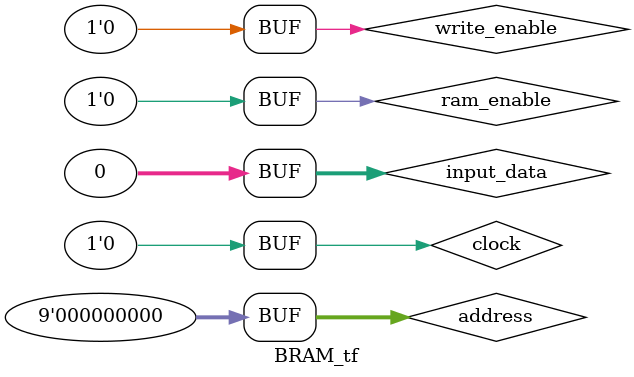
<source format=v>
`timescale 1ns / 1ps


module BRAM_tf;

	// Inputs
	reg clock;
	reg ram_enable;
	reg write_enable;
	reg [8:0] address;
	reg [31:0] input_data;

	// Outputs
	wire [31:0] output_data;

	// Instantiate the Unit Under Test (UUT)
	Bram uut (
		.clock(clock), 
		.ram_enable(ram_enable), 
		.address(address), 
		.output_data(output_data)
	);

	initial begin
		// Initialize Inputs
		clock = 0;
		ram_enable = 0;
		write_enable = 0;
		address = 0;
		input_data = 0;

		// Wait 100 ns for global reset to finish
		#100;
        
		// Add stimulus here

	end
      
endmodule


</source>
